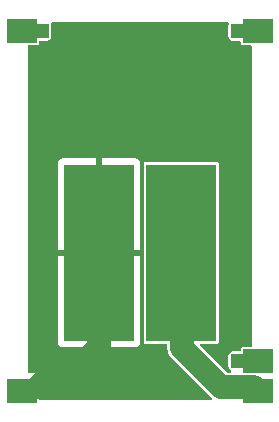
<source format=gbr>
%TF.GenerationSoftware,KiCad,Pcbnew,9.0.1+dfsg-1*%
%TF.CreationDate,2025-05-01T11:07:49+02:00*%
%TF.ProjectId,usb-c-power-in,7573622d-632d-4706-9f77-65722d696e2e,rev?*%
%TF.SameCoordinates,Original*%
%TF.FileFunction,Copper,L1,Top*%
%TF.FilePolarity,Positive*%
%FSLAX46Y46*%
G04 Gerber Fmt 4.6, Leading zero omitted, Abs format (unit mm)*
G04 Created by KiCad (PCBNEW 9.0.1+dfsg-1) date 2025-05-01 11:07:49*
%MOMM*%
%LPD*%
G01*
G04 APERTURE LIST*
G04 Aperture macros list*
%AMRoundRect*
0 Rectangle with rounded corners*
0 $1 Rounding radius*
0 $2 $3 $4 $5 $6 $7 $8 $9 X,Y pos of 4 corners*
0 Add a 4 corners polygon primitive as box body*
4,1,4,$2,$3,$4,$5,$6,$7,$8,$9,$2,$3,0*
0 Add four circle primitives for the rounded corners*
1,1,$1+$1,$2,$3*
1,1,$1+$1,$4,$5*
1,1,$1+$1,$6,$7*
1,1,$1+$1,$8,$9*
0 Add four rect primitives between the rounded corners*
20,1,$1+$1,$2,$3,$4,$5,0*
20,1,$1+$1,$4,$5,$6,$7,0*
20,1,$1+$1,$6,$7,$8,$9,0*
20,1,$1+$1,$8,$9,$2,$3,0*%
G04 Aperture macros list end*
%TA.AperFunction,SMDPad,CuDef*%
%ADD10R,6.000000X15.000000*%
%TD*%
%TA.AperFunction,CastellatedPad*%
%ADD11R,2.540000X2.000000*%
%TD*%
%TA.AperFunction,ComponentPad*%
%ADD12RoundRect,0.250000X0.375000X0.375000X-0.375000X0.375000X-0.375000X-0.375000X0.375000X-0.375000X0*%
%TD*%
%TA.AperFunction,ViaPad*%
%ADD13C,0.600000*%
%TD*%
%TA.AperFunction,Conductor*%
%ADD14C,2.000000*%
%TD*%
G04 APERTURE END LIST*
D10*
%TO.P,J1,1,Pin_1*%
%TO.N,+20V*%
X53644800Y-47040800D03*
%TO.P,J1,2,Pin_2*%
%TO.N,GND*%
X46685200Y-47040800D03*
%TD*%
D11*
%TO.P,M1,1*%
%TO.N,unconnected-(M1-Pad1)*%
X40128000Y-28270200D03*
D12*
X41828000Y-28270200D03*
D11*
%TO.P,M1,13,GND*%
%TO.N,GND*%
X40128000Y-58750200D03*
D12*
X41828000Y-58750200D03*
%TO.P,M1,14*%
%TO.N,unconnected-(M1-Pad14)*%
X58428000Y-28270200D03*
D11*
X60128000Y-28270200D03*
D12*
%TO.P,M1,25*%
%TO.N,unconnected-(M1-Pad25)*%
X58428000Y-56210200D03*
D11*
X60128000Y-56210200D03*
D12*
%TO.P,M1,26*%
%TO.N,+20V*%
X58428000Y-58750200D03*
D11*
X60128000Y-58750200D03*
%TD*%
D13*
%TO.N,GND*%
X52980000Y-36120000D03*
X46460000Y-36480000D03*
X41240000Y-48780000D03*
X58110000Y-39950000D03*
X41400000Y-40310000D03*
X58210000Y-44390000D03*
X41240000Y-53290000D03*
X58210000Y-48100000D03*
X58110000Y-52740000D03*
X41280000Y-45310000D03*
%TD*%
D14*
%TO.N,+20V*%
X60128000Y-58750200D02*
X59788000Y-58410200D01*
X57013200Y-58410200D02*
X53670200Y-55067200D01*
X59788000Y-58410200D02*
X57013200Y-58410200D01*
X53670200Y-55067200D02*
X53670200Y-48133000D01*
%TO.N,GND*%
X46710600Y-48133000D02*
X46710600Y-55019400D01*
X46710600Y-55019400D02*
X43209800Y-58520200D01*
X43209800Y-58520200D02*
X41828000Y-58520200D01*
%TD*%
%TA.AperFunction,Conductor*%
%TO.N,GND*%
G36*
X57607445Y-27520385D02*
G01*
X57653200Y-27573189D01*
X57663144Y-27642347D01*
X57653024Y-27673459D01*
X57653276Y-27673548D01*
X57605353Y-27810498D01*
X57605353Y-27810500D01*
X57602500Y-27840930D01*
X57602500Y-28699469D01*
X57605353Y-28729899D01*
X57605353Y-28729901D01*
X57650206Y-28858080D01*
X57650207Y-28858082D01*
X57730850Y-28967350D01*
X57840118Y-29047993D01*
X57882845Y-29062944D01*
X57968299Y-29092846D01*
X57998730Y-29095700D01*
X57998734Y-29095700D01*
X58533500Y-29095700D01*
X58600539Y-29115385D01*
X58646294Y-29168189D01*
X58657500Y-29219700D01*
X58657500Y-29289952D01*
X58669131Y-29348429D01*
X58669132Y-29348430D01*
X58713447Y-29414752D01*
X58779769Y-29459067D01*
X58779770Y-29459068D01*
X58838247Y-29470699D01*
X58838250Y-29470700D01*
X58838252Y-29470700D01*
X59503500Y-29470700D01*
X59570539Y-29490385D01*
X59616294Y-29543189D01*
X59627500Y-29594700D01*
X59627500Y-54885700D01*
X59607815Y-54952739D01*
X59555011Y-54998494D01*
X59503500Y-55009700D01*
X58838247Y-55009700D01*
X58779770Y-55021331D01*
X58779769Y-55021332D01*
X58713447Y-55065647D01*
X58669132Y-55131969D01*
X58669131Y-55131970D01*
X58657500Y-55190447D01*
X58657500Y-55260700D01*
X58637815Y-55327739D01*
X58585011Y-55373494D01*
X58533500Y-55384700D01*
X57998730Y-55384700D01*
X57968300Y-55387553D01*
X57968298Y-55387553D01*
X57840119Y-55432406D01*
X57840117Y-55432407D01*
X57730850Y-55513050D01*
X57650207Y-55622317D01*
X57650206Y-55622319D01*
X57605353Y-55750498D01*
X57605353Y-55750500D01*
X57602500Y-55780930D01*
X57602500Y-56639469D01*
X57605353Y-56669899D01*
X57605353Y-56669901D01*
X57650206Y-56798080D01*
X57650207Y-56798082D01*
X57730850Y-56907350D01*
X57837323Y-56985930D01*
X57879573Y-57041577D01*
X57885032Y-57111233D01*
X57851965Y-57172783D01*
X57790871Y-57206684D01*
X57763689Y-57209700D01*
X57561825Y-57209700D01*
X57494786Y-57190015D01*
X57474144Y-57173381D01*
X55253745Y-54952981D01*
X55220260Y-54891658D01*
X55225244Y-54821966D01*
X55267116Y-54766033D01*
X55332580Y-54741616D01*
X55341426Y-54741300D01*
X56664550Y-54741300D01*
X56664551Y-54741299D01*
X56679368Y-54738352D01*
X56723029Y-54729668D01*
X56723029Y-54729667D01*
X56723031Y-54729667D01*
X56789352Y-54685352D01*
X56833667Y-54619031D01*
X56833667Y-54619029D01*
X56833668Y-54619029D01*
X56845299Y-54560552D01*
X56845300Y-54560550D01*
X56845300Y-39521049D01*
X56845299Y-39521047D01*
X56833668Y-39462570D01*
X56833667Y-39462569D01*
X56789352Y-39396247D01*
X56723030Y-39351932D01*
X56723029Y-39351931D01*
X56664552Y-39340300D01*
X56664548Y-39340300D01*
X50625052Y-39340300D01*
X50625047Y-39340300D01*
X50566570Y-39351931D01*
X50566569Y-39351932D01*
X50500247Y-39396247D01*
X50455932Y-39462569D01*
X50455931Y-39462570D01*
X50444300Y-39521047D01*
X50444300Y-54560552D01*
X50455931Y-54619029D01*
X50455932Y-54619030D01*
X50500247Y-54685352D01*
X50566569Y-54729667D01*
X50566570Y-54729668D01*
X50625047Y-54741299D01*
X50625050Y-54741300D01*
X50625052Y-54741300D01*
X52345700Y-54741300D01*
X52412739Y-54760985D01*
X52458494Y-54813789D01*
X52469700Y-54865300D01*
X52469700Y-55161686D01*
X52499259Y-55348318D01*
X52557654Y-55528036D01*
X52605693Y-55622317D01*
X52643440Y-55696399D01*
X52754510Y-55849274D01*
X52754511Y-55849275D01*
X52754512Y-55849276D01*
X56213256Y-59308019D01*
X56246741Y-59369342D01*
X56241757Y-59439034D01*
X56199885Y-59494967D01*
X56134421Y-59519384D01*
X56125575Y-59519700D01*
X43034100Y-59519700D01*
X42967061Y-59500015D01*
X42921306Y-59447211D01*
X42911362Y-59378053D01*
X42916394Y-59356696D01*
X42942505Y-59277897D01*
X42942506Y-59277890D01*
X42952999Y-59175186D01*
X42952999Y-58325228D01*
X42952998Y-58325212D01*
X42942505Y-58222502D01*
X42887357Y-58056075D01*
X42882900Y-58048850D01*
X42203000Y-58728750D01*
X42203000Y-58700830D01*
X42177444Y-58605455D01*
X42128075Y-58519945D01*
X42058255Y-58450125D01*
X41972745Y-58400756D01*
X41877370Y-58375200D01*
X41849446Y-58375200D01*
X42529347Y-57695299D01*
X42522124Y-57690843D01*
X42522119Y-57690841D01*
X42355697Y-57635694D01*
X42355690Y-57635693D01*
X42252986Y-57625200D01*
X41971120Y-57625200D01*
X41904081Y-57605515D01*
X41858326Y-57552711D01*
X41854938Y-57544533D01*
X41841354Y-57508113D01*
X41841353Y-57508112D01*
X41790957Y-57440792D01*
X40960105Y-58271645D01*
X40856097Y-58167637D01*
X40733258Y-58085559D01*
X40628500Y-58042166D01*
X40628500Y-57947510D01*
X40648185Y-57880471D01*
X40664819Y-57859829D01*
X41274448Y-57250200D01*
X40752500Y-57250200D01*
X40685461Y-57230515D01*
X40639706Y-57177711D01*
X40628500Y-57126200D01*
X40628500Y-54588644D01*
X43185200Y-54588644D01*
X43191601Y-54648172D01*
X43191603Y-54648179D01*
X43241845Y-54782886D01*
X43241849Y-54782893D01*
X43328009Y-54897987D01*
X43328012Y-54897990D01*
X43443106Y-54984150D01*
X43443113Y-54984154D01*
X43577820Y-55034396D01*
X43577827Y-55034398D01*
X43637355Y-55040799D01*
X43637372Y-55040800D01*
X46435200Y-55040800D01*
X46935200Y-55040800D01*
X49733028Y-55040800D01*
X49733044Y-55040799D01*
X49792572Y-55034398D01*
X49792579Y-55034396D01*
X49927286Y-54984154D01*
X49927293Y-54984150D01*
X50042387Y-54897990D01*
X50042390Y-54897987D01*
X50128550Y-54782893D01*
X50128554Y-54782886D01*
X50178796Y-54648179D01*
X50178798Y-54648172D01*
X50185199Y-54588644D01*
X50185200Y-54588627D01*
X50185200Y-47290800D01*
X46935200Y-47290800D01*
X46935200Y-55040800D01*
X46435200Y-55040800D01*
X46435200Y-47290800D01*
X43185200Y-47290800D01*
X43185200Y-54588644D01*
X40628500Y-54588644D01*
X40628500Y-39492955D01*
X43185200Y-39492955D01*
X43185200Y-46790800D01*
X46435200Y-46790800D01*
X46935200Y-46790800D01*
X50185200Y-46790800D01*
X50185200Y-39492972D01*
X50185199Y-39492955D01*
X50178798Y-39433427D01*
X50178796Y-39433420D01*
X50128554Y-39298713D01*
X50128550Y-39298706D01*
X50042390Y-39183612D01*
X50042387Y-39183609D01*
X49927293Y-39097449D01*
X49927286Y-39097445D01*
X49792579Y-39047203D01*
X49792572Y-39047201D01*
X49733044Y-39040800D01*
X46935200Y-39040800D01*
X46935200Y-46790800D01*
X46435200Y-46790800D01*
X46435200Y-39040800D01*
X43637355Y-39040800D01*
X43577827Y-39047201D01*
X43577820Y-39047203D01*
X43443113Y-39097445D01*
X43443106Y-39097449D01*
X43328012Y-39183609D01*
X43328009Y-39183612D01*
X43241849Y-39298706D01*
X43241845Y-39298713D01*
X43191603Y-39433420D01*
X43191601Y-39433427D01*
X43185200Y-39492955D01*
X40628500Y-39492955D01*
X40628500Y-29594700D01*
X40648185Y-29527661D01*
X40700989Y-29481906D01*
X40752500Y-29470700D01*
X41417750Y-29470700D01*
X41417751Y-29470699D01*
X41432568Y-29467752D01*
X41476229Y-29459068D01*
X41476229Y-29459067D01*
X41476231Y-29459067D01*
X41542552Y-29414752D01*
X41586867Y-29348431D01*
X41586867Y-29348429D01*
X41586868Y-29348429D01*
X41598499Y-29289952D01*
X41598500Y-29289950D01*
X41598500Y-29219700D01*
X41618185Y-29152661D01*
X41670989Y-29106906D01*
X41722500Y-29095700D01*
X42257270Y-29095700D01*
X42287699Y-29092846D01*
X42287701Y-29092846D01*
X42351790Y-29070419D01*
X42415882Y-29047993D01*
X42525150Y-28967350D01*
X42605793Y-28858082D01*
X42628219Y-28793990D01*
X42650646Y-28729901D01*
X42650646Y-28729899D01*
X42653500Y-28699469D01*
X42653500Y-27840930D01*
X42650646Y-27810500D01*
X42650646Y-27810498D01*
X42602724Y-27673548D01*
X42604020Y-27673094D01*
X42592042Y-27614166D01*
X42617351Y-27549041D01*
X42673851Y-27507937D01*
X42715594Y-27500700D01*
X57540406Y-27500700D01*
X57607445Y-27520385D01*
G37*
%TD.AperFunction*%
%TD*%
M02*

</source>
